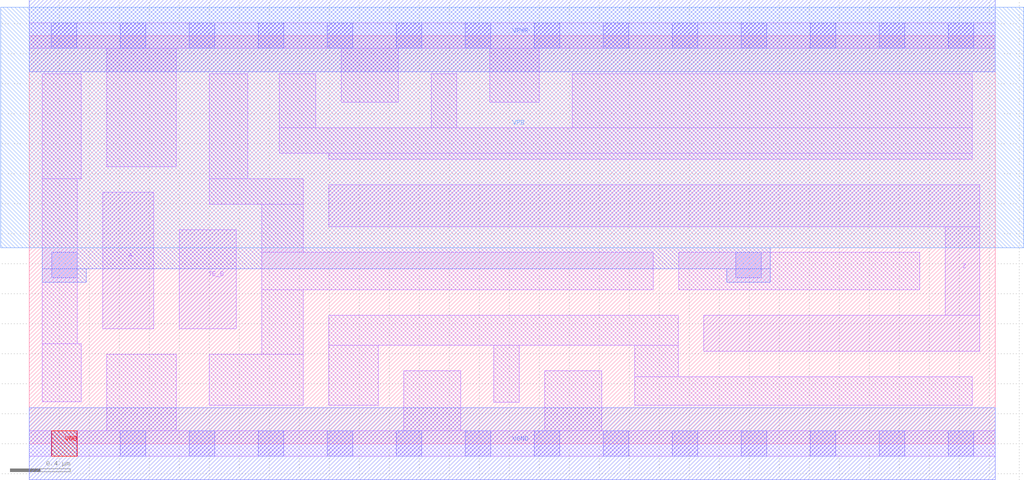
<source format=lef>
# Copyright 2020 The SkyWater PDK Authors
#
# Licensed under the Apache License, Version 2.0 (the "License");
# you may not use this file except in compliance with the License.
# You may obtain a copy of the License at
#
#     https://www.apache.org/licenses/LICENSE-2.0
#
# Unless required by applicable law or agreed to in writing, software
# distributed under the License is distributed on an "AS IS" BASIS,
# WITHOUT WARRANTIES OR CONDITIONS OF ANY KIND, either express or implied.
# See the License for the specific language governing permissions and
# limitations under the License.
#
# SPDX-License-Identifier: Apache-2.0

VERSION 5.7 ;
  NOWIREEXTENSIONATPIN ON ;
  DIVIDERCHAR "/" ;
  BUSBITCHARS "[]" ;
PROPERTYDEFINITIONS
  MACRO maskLayoutSubType STRING ;
  MACRO prCellType STRING ;
  MACRO originalViewName STRING ;
END PROPERTYDEFINITIONS
MACRO sky130_fd_sc_hdll__ebufn_4
  CLASS CORE ;
  FOREIGN sky130_fd_sc_hdll__ebufn_4 ;
  ORIGIN  0.000000  0.000000 ;
  SIZE  6.440000 BY  2.720000 ;
  SYMMETRY X Y R90 ;
  SITE unithd ;
  PIN A
    ANTENNAGATEAREA  0.277500 ;
    DIRECTION INPUT ;
    USE SIGNAL ;
    PORT
      LAYER li1 ;
        RECT 0.490000 0.765000 0.830000 1.675000 ;
    END
  END A
  PIN TE_B
    ANTENNAGATEAREA  0.954300 ;
    DIRECTION INPUT ;
    USE SIGNAL ;
    PORT
      LAYER li1 ;
        RECT 1.000000 0.765000 1.380000 1.425000 ;
    END
  END TE_B
  PIN VGND
    ANTENNADIFFAREA  0.724750 ;
    DIRECTION INOUT ;
    USE SIGNAL ;
    PORT
      LAYER met1 ;
        RECT 0.000000 -0.240000 6.440000 0.240000 ;
    END
  END VGND
  PIN VPWR
    ANTENNADIFFAREA  0.940200 ;
    DIRECTION INOUT ;
    USE SIGNAL ;
    PORT
      LAYER met1 ;
        RECT 0.000000 2.480000 6.440000 2.960000 ;
    END
  END VPWR
  PIN Z
    ANTENNADIFFAREA  1.028500 ;
    DIRECTION OUTPUT ;
    USE SIGNAL ;
    PORT
      LAYER li1 ;
        RECT 1.995000 1.445000 6.335000 1.725000 ;
        RECT 4.495000 0.615000 6.335000 0.855000 ;
        RECT 6.105000 0.855000 6.335000 1.445000 ;
    END
  END Z
  PIN VNB
    DIRECTION INOUT ;
    USE GROUND ;
    PORT
      LAYER pwell ;
        RECT 0.150000 -0.085000 0.320000 0.085000 ;
    END
  END VNB
  PIN VPB
    DIRECTION INOUT ;
    USE POWER ;
    PORT
      LAYER nwell ;
        RECT -0.190000 1.305000 6.630000 2.910000 ;
    END
  END VPB
  OBS
    LAYER li1 ;
      RECT 0.000000 -0.085000 6.440000 0.085000 ;
      RECT 0.000000  2.635000 6.440000 2.805000 ;
      RECT 0.085000  0.280000 0.345000 0.665000 ;
      RECT 0.085000  0.665000 0.320000 1.765000 ;
      RECT 0.085000  1.765000 0.345000 2.465000 ;
      RECT 0.515000  0.085000 0.980000 0.595000 ;
      RECT 0.515000  1.845000 0.980000 2.635000 ;
      RECT 1.200000  0.255000 1.825000 0.595000 ;
      RECT 1.200000  1.595000 1.825000 1.765000 ;
      RECT 1.200000  1.765000 1.455000 2.465000 ;
      RECT 1.550000  0.595000 1.825000 1.025000 ;
      RECT 1.550000  1.025000 4.160000 1.275000 ;
      RECT 1.550000  1.275000 1.825000 1.595000 ;
      RECT 1.665000  1.935000 6.285000 2.105000 ;
      RECT 1.665000  2.105000 1.910000 2.465000 ;
      RECT 1.995000  0.255000 2.325000 0.655000 ;
      RECT 1.995000  0.655000 4.325000 0.855000 ;
      RECT 1.995000  1.895000 6.285000 1.935000 ;
      RECT 2.080000  2.275000 2.460000 2.635000 ;
      RECT 2.495000  0.085000 2.875000 0.485000 ;
      RECT 2.680000  2.105000 2.850000 2.465000 ;
      RECT 3.070000  2.275000 3.400000 2.635000 ;
      RECT 3.095000  0.275000 3.265000 0.655000 ;
      RECT 3.435000  0.085000 3.815000 0.485000 ;
      RECT 3.620000  2.105000 6.285000 2.465000 ;
      RECT 4.035000  0.255000 6.285000 0.445000 ;
      RECT 4.035000  0.445000 4.325000 0.655000 ;
      RECT 4.330000  1.025000 5.935000 1.275000 ;
    LAYER mcon ;
      RECT 0.145000 -0.085000 0.315000 0.085000 ;
      RECT 0.145000  2.635000 0.315000 2.805000 ;
      RECT 0.150000  1.105000 0.320000 1.275000 ;
      RECT 0.605000 -0.085000 0.775000 0.085000 ;
      RECT 0.605000  2.635000 0.775000 2.805000 ;
      RECT 1.065000 -0.085000 1.235000 0.085000 ;
      RECT 1.065000  2.635000 1.235000 2.805000 ;
      RECT 1.525000 -0.085000 1.695000 0.085000 ;
      RECT 1.525000  2.635000 1.695000 2.805000 ;
      RECT 1.985000 -0.085000 2.155000 0.085000 ;
      RECT 1.985000  2.635000 2.155000 2.805000 ;
      RECT 2.445000 -0.085000 2.615000 0.085000 ;
      RECT 2.445000  2.635000 2.615000 2.805000 ;
      RECT 2.905000 -0.085000 3.075000 0.085000 ;
      RECT 2.905000  2.635000 3.075000 2.805000 ;
      RECT 3.365000 -0.085000 3.535000 0.085000 ;
      RECT 3.365000  2.635000 3.535000 2.805000 ;
      RECT 3.825000 -0.085000 3.995000 0.085000 ;
      RECT 3.825000  2.635000 3.995000 2.805000 ;
      RECT 4.285000 -0.085000 4.455000 0.085000 ;
      RECT 4.285000  2.635000 4.455000 2.805000 ;
      RECT 4.710000  1.105000 4.880000 1.275000 ;
      RECT 4.745000 -0.085000 4.915000 0.085000 ;
      RECT 4.745000  2.635000 4.915000 2.805000 ;
      RECT 5.205000 -0.085000 5.375000 0.085000 ;
      RECT 5.205000  2.635000 5.375000 2.805000 ;
      RECT 5.665000 -0.085000 5.835000 0.085000 ;
      RECT 5.665000  2.635000 5.835000 2.805000 ;
      RECT 6.125000 -0.085000 6.295000 0.085000 ;
      RECT 6.125000  2.635000 6.295000 2.805000 ;
    LAYER met1 ;
      RECT 0.085000 1.075000 0.380000 1.165000 ;
      RECT 0.085000 1.165000 4.940000 1.305000 ;
      RECT 4.650000 1.075000 4.940000 1.165000 ;
  END
  PROPERTY maskLayoutSubType "abstract" ;
  PROPERTY prCellType "standard" ;
  PROPERTY originalViewName "layout" ;
END sky130_fd_sc_hdll__ebufn_4
END LIBRARY

</source>
